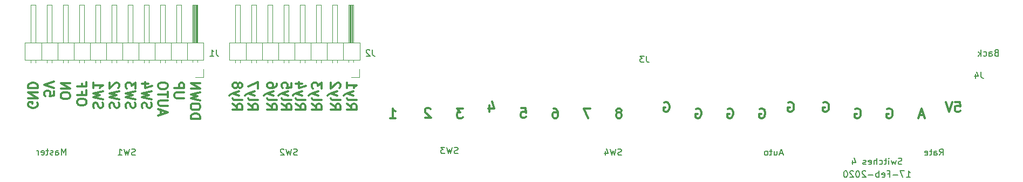
<source format=gbr>
G04 #@! TF.GenerationSoftware,KiCad,Pcbnew,(5.1.2)-2*
G04 #@! TF.CreationDate,2020-02-17T19:57:39-06:00*
G04 #@! TF.ProjectId,Switches4,53776974-6368-4657-9334-2e6b69636164,rev?*
G04 #@! TF.SameCoordinates,Original*
G04 #@! TF.FileFunction,Legend,Bot*
G04 #@! TF.FilePolarity,Positive*
%FSLAX46Y46*%
G04 Gerber Fmt 4.6, Leading zero omitted, Abs format (unit mm)*
G04 Created by KiCad (PCBNEW (5.1.2)-2) date 2020-02-17 19:57:39*
%MOMM*%
%LPD*%
G04 APERTURE LIST*
%ADD10C,0.300000*%
%ADD11C,0.150000*%
%ADD12C,0.120000*%
G04 APERTURE END LIST*
D10*
X162107142Y-59750000D02*
X162250000Y-59678571D01*
X162464285Y-59678571D01*
X162678571Y-59750000D01*
X162821428Y-59892857D01*
X162892857Y-60035714D01*
X162964285Y-60321428D01*
X162964285Y-60535714D01*
X162892857Y-60821428D01*
X162821428Y-60964285D01*
X162678571Y-61107142D01*
X162464285Y-61178571D01*
X162321428Y-61178571D01*
X162107142Y-61107142D01*
X162035714Y-61035714D01*
X162035714Y-60535714D01*
X162321428Y-60535714D01*
X167107142Y-60750000D02*
X167250000Y-60678571D01*
X167464285Y-60678571D01*
X167678571Y-60750000D01*
X167821428Y-60892857D01*
X167892857Y-61035714D01*
X167964285Y-61321428D01*
X167964285Y-61535714D01*
X167892857Y-61821428D01*
X167821428Y-61964285D01*
X167678571Y-62107142D01*
X167464285Y-62178571D01*
X167321428Y-62178571D01*
X167107142Y-62107142D01*
X167035714Y-62035714D01*
X167035714Y-61535714D01*
X167321428Y-61535714D01*
X172107142Y-60750000D02*
X172250000Y-60678571D01*
X172464285Y-60678571D01*
X172678571Y-60750000D01*
X172821428Y-60892857D01*
X172892857Y-61035714D01*
X172964285Y-61321428D01*
X172964285Y-61535714D01*
X172892857Y-61821428D01*
X172821428Y-61964285D01*
X172678571Y-62107142D01*
X172464285Y-62178571D01*
X172321428Y-62178571D01*
X172107142Y-62107142D01*
X172035714Y-62035714D01*
X172035714Y-61535714D01*
X172321428Y-61535714D01*
X177107142Y-60750000D02*
X177250000Y-60678571D01*
X177464285Y-60678571D01*
X177678571Y-60750000D01*
X177821428Y-60892857D01*
X177892857Y-61035714D01*
X177964285Y-61321428D01*
X177964285Y-61535714D01*
X177892857Y-61821428D01*
X177821428Y-61964285D01*
X177678571Y-62107142D01*
X177464285Y-62178571D01*
X177321428Y-62178571D01*
X177107142Y-62107142D01*
X177035714Y-62035714D01*
X177035714Y-61535714D01*
X177321428Y-61535714D01*
X181607142Y-59750000D02*
X181750000Y-59678571D01*
X181964285Y-59678571D01*
X182178571Y-59750000D01*
X182321428Y-59892857D01*
X182392857Y-60035714D01*
X182464285Y-60321428D01*
X182464285Y-60535714D01*
X182392857Y-60821428D01*
X182321428Y-60964285D01*
X182178571Y-61107142D01*
X181964285Y-61178571D01*
X181821428Y-61178571D01*
X181607142Y-61107142D01*
X181535714Y-61035714D01*
X181535714Y-60535714D01*
X181821428Y-60535714D01*
X187107142Y-59750000D02*
X187250000Y-59678571D01*
X187464285Y-59678571D01*
X187678571Y-59750000D01*
X187821428Y-59892857D01*
X187892857Y-60035714D01*
X187964285Y-60321428D01*
X187964285Y-60535714D01*
X187892857Y-60821428D01*
X187821428Y-60964285D01*
X187678571Y-61107142D01*
X187464285Y-61178571D01*
X187321428Y-61178571D01*
X187107142Y-61107142D01*
X187035714Y-61035714D01*
X187035714Y-60535714D01*
X187321428Y-60535714D01*
X192107142Y-60750000D02*
X192250000Y-60678571D01*
X192464285Y-60678571D01*
X192678571Y-60750000D01*
X192821428Y-60892857D01*
X192892857Y-61035714D01*
X192964285Y-61321428D01*
X192964285Y-61535714D01*
X192892857Y-61821428D01*
X192821428Y-61964285D01*
X192678571Y-62107142D01*
X192464285Y-62178571D01*
X192321428Y-62178571D01*
X192107142Y-62107142D01*
X192035714Y-62035714D01*
X192035714Y-61535714D01*
X192321428Y-61535714D01*
X197107142Y-60750000D02*
X197250000Y-60678571D01*
X197464285Y-60678571D01*
X197678571Y-60750000D01*
X197821428Y-60892857D01*
X197892857Y-61035714D01*
X197964285Y-61321428D01*
X197964285Y-61535714D01*
X197892857Y-61821428D01*
X197821428Y-61964285D01*
X197678571Y-62107142D01*
X197464285Y-62178571D01*
X197321428Y-62178571D01*
X197107142Y-62107142D01*
X197035714Y-62035714D01*
X197035714Y-61535714D01*
X197321428Y-61535714D01*
X207785714Y-59678571D02*
X208500000Y-59678571D01*
X208571428Y-60392857D01*
X208500000Y-60321428D01*
X208357142Y-60250000D01*
X208000000Y-60250000D01*
X207857142Y-60321428D01*
X207785714Y-60392857D01*
X207714285Y-60535714D01*
X207714285Y-60892857D01*
X207785714Y-61035714D01*
X207857142Y-61107142D01*
X208000000Y-61178571D01*
X208357142Y-61178571D01*
X208500000Y-61107142D01*
X208571428Y-61035714D01*
X207285714Y-59678571D02*
X206785714Y-61178571D01*
X206285714Y-59678571D01*
X155142857Y-61321428D02*
X155285714Y-61250000D01*
X155357142Y-61178571D01*
X155428571Y-61035714D01*
X155428571Y-60964285D01*
X155357142Y-60821428D01*
X155285714Y-60750000D01*
X155142857Y-60678571D01*
X154857142Y-60678571D01*
X154714285Y-60750000D01*
X154642857Y-60821428D01*
X154571428Y-60964285D01*
X154571428Y-61035714D01*
X154642857Y-61178571D01*
X154714285Y-61250000D01*
X154857142Y-61321428D01*
X155142857Y-61321428D01*
X155285714Y-61392857D01*
X155357142Y-61464285D01*
X155428571Y-61607142D01*
X155428571Y-61892857D01*
X155357142Y-62035714D01*
X155285714Y-62107142D01*
X155142857Y-62178571D01*
X154857142Y-62178571D01*
X154714285Y-62107142D01*
X154642857Y-62035714D01*
X154571428Y-61892857D01*
X154571428Y-61607142D01*
X154642857Y-61464285D01*
X154714285Y-61392857D01*
X154857142Y-61321428D01*
X94371428Y-59971857D02*
X95085714Y-60471857D01*
X94371428Y-60829000D02*
X95871428Y-60829000D01*
X95871428Y-60257571D01*
X95800000Y-60114714D01*
X95728571Y-60043285D01*
X95585714Y-59971857D01*
X95371428Y-59971857D01*
X95228571Y-60043285D01*
X95157142Y-60114714D01*
X95085714Y-60257571D01*
X95085714Y-60829000D01*
X94371428Y-59114714D02*
X94442857Y-59257571D01*
X94585714Y-59329000D01*
X95871428Y-59329000D01*
X95371428Y-58686142D02*
X94371428Y-58329000D01*
X95371428Y-57971857D02*
X94371428Y-58329000D01*
X94014285Y-58471857D01*
X93942857Y-58543285D01*
X93871428Y-58686142D01*
X95228571Y-57186142D02*
X95300000Y-57329000D01*
X95371428Y-57400428D01*
X95514285Y-57471857D01*
X95585714Y-57471857D01*
X95728571Y-57400428D01*
X95800000Y-57329000D01*
X95871428Y-57186142D01*
X95871428Y-56900428D01*
X95800000Y-56757571D01*
X95728571Y-56686142D01*
X95585714Y-56614714D01*
X95514285Y-56614714D01*
X95371428Y-56686142D01*
X95300000Y-56757571D01*
X95228571Y-56900428D01*
X95228571Y-57186142D01*
X95157142Y-57329000D01*
X95085714Y-57400428D01*
X94942857Y-57471857D01*
X94657142Y-57471857D01*
X94514285Y-57400428D01*
X94442857Y-57329000D01*
X94371428Y-57186142D01*
X94371428Y-56900428D01*
X94442857Y-56757571D01*
X94514285Y-56686142D01*
X94657142Y-56614714D01*
X94942857Y-56614714D01*
X95085714Y-56686142D01*
X95157142Y-56757571D01*
X95228571Y-56900428D01*
D11*
X200142857Y-71452380D02*
X200714285Y-71452380D01*
X200428571Y-71452380D02*
X200428571Y-70452380D01*
X200523809Y-70595238D01*
X200619047Y-70690476D01*
X200714285Y-70738095D01*
X199809523Y-70452380D02*
X199142857Y-70452380D01*
X199571428Y-71452380D01*
X198761904Y-71071428D02*
X198000000Y-71071428D01*
X197190476Y-70928571D02*
X197523809Y-70928571D01*
X197523809Y-71452380D02*
X197523809Y-70452380D01*
X197047619Y-70452380D01*
X196285714Y-71404761D02*
X196380952Y-71452380D01*
X196571428Y-71452380D01*
X196666666Y-71404761D01*
X196714285Y-71309523D01*
X196714285Y-70928571D01*
X196666666Y-70833333D01*
X196571428Y-70785714D01*
X196380952Y-70785714D01*
X196285714Y-70833333D01*
X196238095Y-70928571D01*
X196238095Y-71023809D01*
X196714285Y-71119047D01*
X195809523Y-71452380D02*
X195809523Y-70452380D01*
X195809523Y-70833333D02*
X195714285Y-70785714D01*
X195523809Y-70785714D01*
X195428571Y-70833333D01*
X195380952Y-70880952D01*
X195333333Y-70976190D01*
X195333333Y-71261904D01*
X195380952Y-71357142D01*
X195428571Y-71404761D01*
X195523809Y-71452380D01*
X195714285Y-71452380D01*
X195809523Y-71404761D01*
X194904761Y-71071428D02*
X194142857Y-71071428D01*
X193714285Y-70547619D02*
X193666666Y-70500000D01*
X193571428Y-70452380D01*
X193333333Y-70452380D01*
X193238095Y-70500000D01*
X193190476Y-70547619D01*
X193142857Y-70642857D01*
X193142857Y-70738095D01*
X193190476Y-70880952D01*
X193761904Y-71452380D01*
X193142857Y-71452380D01*
X192523809Y-70452380D02*
X192428571Y-70452380D01*
X192333333Y-70500000D01*
X192285714Y-70547619D01*
X192238095Y-70642857D01*
X192190476Y-70833333D01*
X192190476Y-71071428D01*
X192238095Y-71261904D01*
X192285714Y-71357142D01*
X192333333Y-71404761D01*
X192428571Y-71452380D01*
X192523809Y-71452380D01*
X192619047Y-71404761D01*
X192666666Y-71357142D01*
X192714285Y-71261904D01*
X192761904Y-71071428D01*
X192761904Y-70833333D01*
X192714285Y-70642857D01*
X192666666Y-70547619D01*
X192619047Y-70500000D01*
X192523809Y-70452380D01*
X191809523Y-70547619D02*
X191761904Y-70500000D01*
X191666666Y-70452380D01*
X191428571Y-70452380D01*
X191333333Y-70500000D01*
X191285714Y-70547619D01*
X191238095Y-70642857D01*
X191238095Y-70738095D01*
X191285714Y-70880952D01*
X191857142Y-71452380D01*
X191238095Y-71452380D01*
X190619047Y-70452380D02*
X190523809Y-70452380D01*
X190428571Y-70500000D01*
X190380952Y-70547619D01*
X190333333Y-70642857D01*
X190285714Y-70833333D01*
X190285714Y-71071428D01*
X190333333Y-71261904D01*
X190380952Y-71357142D01*
X190428571Y-71404761D01*
X190523809Y-71452380D01*
X190619047Y-71452380D01*
X190714285Y-71404761D01*
X190761904Y-71357142D01*
X190809523Y-71261904D01*
X190857142Y-71071428D01*
X190857142Y-70833333D01*
X190809523Y-70642857D01*
X190761904Y-70547619D01*
X190714285Y-70500000D01*
X190619047Y-70452380D01*
X214214285Y-51928571D02*
X214071428Y-51976190D01*
X214023809Y-52023809D01*
X213976190Y-52119047D01*
X213976190Y-52261904D01*
X214023809Y-52357142D01*
X214071428Y-52404761D01*
X214166666Y-52452380D01*
X214547619Y-52452380D01*
X214547619Y-51452380D01*
X214214285Y-51452380D01*
X214119047Y-51500000D01*
X214071428Y-51547619D01*
X214023809Y-51642857D01*
X214023809Y-51738095D01*
X214071428Y-51833333D01*
X214119047Y-51880952D01*
X214214285Y-51928571D01*
X214547619Y-51928571D01*
X213119047Y-52452380D02*
X213119047Y-51928571D01*
X213166666Y-51833333D01*
X213261904Y-51785714D01*
X213452380Y-51785714D01*
X213547619Y-51833333D01*
X213119047Y-52404761D02*
X213214285Y-52452380D01*
X213452380Y-52452380D01*
X213547619Y-52404761D01*
X213595238Y-52309523D01*
X213595238Y-52214285D01*
X213547619Y-52119047D01*
X213452380Y-52071428D01*
X213214285Y-52071428D01*
X213119047Y-52023809D01*
X212214285Y-52404761D02*
X212309523Y-52452380D01*
X212500000Y-52452380D01*
X212595238Y-52404761D01*
X212642857Y-52357142D01*
X212690476Y-52261904D01*
X212690476Y-51976190D01*
X212642857Y-51880952D01*
X212595238Y-51833333D01*
X212500000Y-51785714D01*
X212309523Y-51785714D01*
X212214285Y-51833333D01*
X211785714Y-52452380D02*
X211785714Y-51452380D01*
X211690476Y-52071428D02*
X211404761Y-52452380D01*
X211404761Y-51785714D02*
X211785714Y-52166666D01*
D10*
X150500000Y-60678571D02*
X149500000Y-60678571D01*
X150142857Y-62178571D01*
X144714285Y-60678571D02*
X145000000Y-60678571D01*
X145142857Y-60750000D01*
X145214285Y-60821428D01*
X145357142Y-61035714D01*
X145428571Y-61321428D01*
X145428571Y-61892857D01*
X145357142Y-62035714D01*
X145285714Y-62107142D01*
X145142857Y-62178571D01*
X144857142Y-62178571D01*
X144714285Y-62107142D01*
X144642857Y-62035714D01*
X144571428Y-61892857D01*
X144571428Y-61535714D01*
X144642857Y-61392857D01*
X144714285Y-61321428D01*
X144857142Y-61250000D01*
X145142857Y-61250000D01*
X145285714Y-61321428D01*
X145357142Y-61392857D01*
X145428571Y-61535714D01*
X139642857Y-60646571D02*
X140357142Y-60646571D01*
X140428571Y-61360857D01*
X140357142Y-61289428D01*
X140214285Y-61218000D01*
X139857142Y-61218000D01*
X139714285Y-61289428D01*
X139642857Y-61360857D01*
X139571428Y-61503714D01*
X139571428Y-61860857D01*
X139642857Y-62003714D01*
X139714285Y-62075142D01*
X139857142Y-62146571D01*
X140214285Y-62146571D01*
X140357142Y-62075142D01*
X140428571Y-62003714D01*
X112321428Y-59971857D02*
X113035714Y-60471857D01*
X112321428Y-60829000D02*
X113821428Y-60829000D01*
X113821428Y-60257571D01*
X113750000Y-60114714D01*
X113678571Y-60043285D01*
X113535714Y-59971857D01*
X113321428Y-59971857D01*
X113178571Y-60043285D01*
X113107142Y-60114714D01*
X113035714Y-60257571D01*
X113035714Y-60829000D01*
X112321428Y-59114714D02*
X112392857Y-59257571D01*
X112535714Y-59329000D01*
X113821428Y-59329000D01*
X113321428Y-58686142D02*
X112321428Y-58329000D01*
X113321428Y-57971857D02*
X112321428Y-58329000D01*
X111964285Y-58471857D01*
X111892857Y-58543285D01*
X111821428Y-58686142D01*
X112321428Y-56614714D02*
X112321428Y-57471857D01*
X112321428Y-57043285D02*
X113821428Y-57043285D01*
X113607142Y-57186142D01*
X113464285Y-57329000D01*
X113392857Y-57471857D01*
X109821428Y-59971857D02*
X110535714Y-60471857D01*
X109821428Y-60829000D02*
X111321428Y-60829000D01*
X111321428Y-60257571D01*
X111250000Y-60114714D01*
X111178571Y-60043285D01*
X111035714Y-59971857D01*
X110821428Y-59971857D01*
X110678571Y-60043285D01*
X110607142Y-60114714D01*
X110535714Y-60257571D01*
X110535714Y-60829000D01*
X109821428Y-59114714D02*
X109892857Y-59257571D01*
X110035714Y-59329000D01*
X111321428Y-59329000D01*
X110821428Y-58686142D02*
X109821428Y-58329000D01*
X110821428Y-57971857D02*
X109821428Y-58329000D01*
X109464285Y-58471857D01*
X109392857Y-58543285D01*
X109321428Y-58686142D01*
X111178571Y-57471857D02*
X111250000Y-57400428D01*
X111321428Y-57257571D01*
X111321428Y-56900428D01*
X111250000Y-56757571D01*
X111178571Y-56686142D01*
X111035714Y-56614714D01*
X110892857Y-56614714D01*
X110678571Y-56686142D01*
X109821428Y-57543285D01*
X109821428Y-56614714D01*
X106821428Y-59971857D02*
X107535714Y-60471857D01*
X106821428Y-60829000D02*
X108321428Y-60829000D01*
X108321428Y-60257571D01*
X108250000Y-60114714D01*
X108178571Y-60043285D01*
X108035714Y-59971857D01*
X107821428Y-59971857D01*
X107678571Y-60043285D01*
X107607142Y-60114714D01*
X107535714Y-60257571D01*
X107535714Y-60829000D01*
X106821428Y-59114714D02*
X106892857Y-59257571D01*
X107035714Y-59329000D01*
X108321428Y-59329000D01*
X107821428Y-58686142D02*
X106821428Y-58329000D01*
X107821428Y-57971857D02*
X106821428Y-58329000D01*
X106464285Y-58471857D01*
X106392857Y-58543285D01*
X106321428Y-58686142D01*
X108321428Y-57543285D02*
X108321428Y-56614714D01*
X107750000Y-57114714D01*
X107750000Y-56900428D01*
X107678571Y-56757571D01*
X107607142Y-56686142D01*
X107464285Y-56614714D01*
X107107142Y-56614714D01*
X106964285Y-56686142D01*
X106892857Y-56757571D01*
X106821428Y-56900428D01*
X106821428Y-57329000D01*
X106892857Y-57471857D01*
X106964285Y-57543285D01*
X104321428Y-59971857D02*
X105035714Y-60471857D01*
X104321428Y-60829000D02*
X105821428Y-60829000D01*
X105821428Y-60257571D01*
X105750000Y-60114714D01*
X105678571Y-60043285D01*
X105535714Y-59971857D01*
X105321428Y-59971857D01*
X105178571Y-60043285D01*
X105107142Y-60114714D01*
X105035714Y-60257571D01*
X105035714Y-60829000D01*
X104321428Y-59114714D02*
X104392857Y-59257571D01*
X104535714Y-59329000D01*
X105821428Y-59329000D01*
X105321428Y-58686142D02*
X104321428Y-58329000D01*
X105321428Y-57971857D02*
X104321428Y-58329000D01*
X103964285Y-58471857D01*
X103892857Y-58543285D01*
X103821428Y-58686142D01*
X105321428Y-56757571D02*
X104321428Y-56757571D01*
X105892857Y-57114714D02*
X104821428Y-57471857D01*
X104821428Y-56543285D01*
X102096428Y-59971857D02*
X102810714Y-60471857D01*
X102096428Y-60829000D02*
X103596428Y-60829000D01*
X103596428Y-60257571D01*
X103525000Y-60114714D01*
X103453571Y-60043285D01*
X103310714Y-59971857D01*
X103096428Y-59971857D01*
X102953571Y-60043285D01*
X102882142Y-60114714D01*
X102810714Y-60257571D01*
X102810714Y-60829000D01*
X102096428Y-59114714D02*
X102167857Y-59257571D01*
X102310714Y-59329000D01*
X103596428Y-59329000D01*
X103096428Y-58686142D02*
X102096428Y-58329000D01*
X103096428Y-57971857D02*
X102096428Y-58329000D01*
X101739285Y-58471857D01*
X101667857Y-58543285D01*
X101596428Y-58686142D01*
X103596428Y-56686142D02*
X103596428Y-57400428D01*
X102882142Y-57471857D01*
X102953571Y-57400428D01*
X103025000Y-57257571D01*
X103025000Y-56900428D01*
X102953571Y-56757571D01*
X102882142Y-56686142D01*
X102739285Y-56614714D01*
X102382142Y-56614714D01*
X102239285Y-56686142D01*
X102167857Y-56757571D01*
X102096428Y-56900428D01*
X102096428Y-57257571D01*
X102167857Y-57400428D01*
X102239285Y-57471857D01*
X99821428Y-59971857D02*
X100535714Y-60471857D01*
X99821428Y-60829000D02*
X101321428Y-60829000D01*
X101321428Y-60257571D01*
X101250000Y-60114714D01*
X101178571Y-60043285D01*
X101035714Y-59971857D01*
X100821428Y-59971857D01*
X100678571Y-60043285D01*
X100607142Y-60114714D01*
X100535714Y-60257571D01*
X100535714Y-60829000D01*
X99821428Y-59114714D02*
X99892857Y-59257571D01*
X100035714Y-59329000D01*
X101321428Y-59329000D01*
X100821428Y-58686142D02*
X99821428Y-58329000D01*
X100821428Y-57971857D02*
X99821428Y-58329000D01*
X99464285Y-58471857D01*
X99392857Y-58543285D01*
X99321428Y-58686142D01*
X101321428Y-56757571D02*
X101321428Y-57043285D01*
X101250000Y-57186142D01*
X101178571Y-57257571D01*
X100964285Y-57400428D01*
X100678571Y-57471857D01*
X100107142Y-57471857D01*
X99964285Y-57400428D01*
X99892857Y-57329000D01*
X99821428Y-57186142D01*
X99821428Y-56900428D01*
X99892857Y-56757571D01*
X99964285Y-56686142D01*
X100107142Y-56614714D01*
X100464285Y-56614714D01*
X100607142Y-56686142D01*
X100678571Y-56757571D01*
X100750000Y-56900428D01*
X100750000Y-57186142D01*
X100678571Y-57329000D01*
X100607142Y-57400428D01*
X100464285Y-57471857D01*
X96821428Y-59971857D02*
X97535714Y-60471857D01*
X96821428Y-60829000D02*
X98321428Y-60829000D01*
X98321428Y-60257571D01*
X98250000Y-60114714D01*
X98178571Y-60043285D01*
X98035714Y-59971857D01*
X97821428Y-59971857D01*
X97678571Y-60043285D01*
X97607142Y-60114714D01*
X97535714Y-60257571D01*
X97535714Y-60829000D01*
X96821428Y-59114714D02*
X96892857Y-59257571D01*
X97035714Y-59329000D01*
X98321428Y-59329000D01*
X97821428Y-58686142D02*
X96821428Y-58329000D01*
X97821428Y-57971857D02*
X96821428Y-58329000D01*
X96464285Y-58471857D01*
X96392857Y-58543285D01*
X96321428Y-58686142D01*
X98321428Y-57543285D02*
X98321428Y-56543285D01*
X96821428Y-57186142D01*
X202857142Y-61750000D02*
X202142857Y-61750000D01*
X203000000Y-62178571D02*
X202500000Y-60678571D01*
X202000000Y-62178571D01*
X134714285Y-60178571D02*
X134714285Y-61178571D01*
X135071428Y-59607142D02*
X135428571Y-60678571D01*
X134500000Y-60678571D01*
X130500000Y-60678571D02*
X129571428Y-60678571D01*
X130071428Y-61250000D01*
X129857142Y-61250000D01*
X129714285Y-61321428D01*
X129642857Y-61392857D01*
X129571428Y-61535714D01*
X129571428Y-61892857D01*
X129642857Y-62035714D01*
X129714285Y-62107142D01*
X129857142Y-62178571D01*
X130285714Y-62178571D01*
X130428571Y-62107142D01*
X130500000Y-62035714D01*
X125428571Y-60789428D02*
X125357142Y-60718000D01*
X125214285Y-60646571D01*
X124857142Y-60646571D01*
X124714285Y-60718000D01*
X124642857Y-60789428D01*
X124571428Y-60932285D01*
X124571428Y-61075142D01*
X124642857Y-61289428D01*
X125500000Y-62146571D01*
X124571428Y-62146571D01*
X119071428Y-62178571D02*
X119928571Y-62178571D01*
X119500000Y-62178571D02*
X119500000Y-60678571D01*
X119642857Y-60892857D01*
X119785714Y-61035714D01*
X119928571Y-61107142D01*
X66364228Y-57971857D02*
X66364228Y-58686142D01*
X65649942Y-58757571D01*
X65721371Y-58686142D01*
X65792800Y-58543285D01*
X65792800Y-58186142D01*
X65721371Y-58043285D01*
X65649942Y-57971857D01*
X65507085Y-57900428D01*
X65149942Y-57900428D01*
X65007085Y-57971857D01*
X64935657Y-58043285D01*
X64864228Y-58186142D01*
X64864228Y-58543285D01*
X64935657Y-58686142D01*
X65007085Y-58757571D01*
X66364228Y-57471857D02*
X64864228Y-56971857D01*
X66364228Y-56471857D01*
X63742000Y-59757571D02*
X63813428Y-59900428D01*
X63813428Y-60114714D01*
X63742000Y-60329000D01*
X63599142Y-60471857D01*
X63456285Y-60543285D01*
X63170571Y-60614714D01*
X62956285Y-60614714D01*
X62670571Y-60543285D01*
X62527714Y-60471857D01*
X62384857Y-60329000D01*
X62313428Y-60114714D01*
X62313428Y-59971857D01*
X62384857Y-59757571D01*
X62456285Y-59686142D01*
X62956285Y-59686142D01*
X62956285Y-59971857D01*
X62313428Y-59043285D02*
X63813428Y-59043285D01*
X62313428Y-58186142D01*
X63813428Y-58186142D01*
X62313428Y-57471857D02*
X63813428Y-57471857D01*
X63813428Y-57114714D01*
X63742000Y-56900428D01*
X63599142Y-56757571D01*
X63456285Y-56686142D01*
X63170571Y-56614714D01*
X62956285Y-56614714D01*
X62670571Y-56686142D01*
X62527714Y-56757571D01*
X62384857Y-56900428D01*
X62313428Y-57114714D01*
X62313428Y-57471857D01*
X87821428Y-62329000D02*
X89321428Y-62329000D01*
X89321428Y-61971857D01*
X89250000Y-61757571D01*
X89107142Y-61614714D01*
X88964285Y-61543285D01*
X88678571Y-61471857D01*
X88464285Y-61471857D01*
X88178571Y-61543285D01*
X88035714Y-61614714D01*
X87892857Y-61757571D01*
X87821428Y-61971857D01*
X87821428Y-62329000D01*
X89321428Y-60543285D02*
X89321428Y-60257571D01*
X89250000Y-60114714D01*
X89107142Y-59971857D01*
X88821428Y-59900428D01*
X88321428Y-59900428D01*
X88035714Y-59971857D01*
X87892857Y-60114714D01*
X87821428Y-60257571D01*
X87821428Y-60543285D01*
X87892857Y-60686142D01*
X88035714Y-60829000D01*
X88321428Y-60900428D01*
X88821428Y-60900428D01*
X89107142Y-60829000D01*
X89250000Y-60686142D01*
X89321428Y-60543285D01*
X89321428Y-59400428D02*
X87821428Y-59043285D01*
X88892857Y-58757571D01*
X87821428Y-58471857D01*
X89321428Y-58114714D01*
X87821428Y-57543285D02*
X89321428Y-57543285D01*
X87821428Y-56686142D01*
X89321428Y-56686142D01*
X86770628Y-59043285D02*
X85556342Y-59043285D01*
X85413485Y-58971857D01*
X85342057Y-58900428D01*
X85270628Y-58757571D01*
X85270628Y-58471857D01*
X85342057Y-58329000D01*
X85413485Y-58257571D01*
X85556342Y-58186142D01*
X86770628Y-58186142D01*
X85270628Y-57471857D02*
X86770628Y-57471857D01*
X86770628Y-56900428D01*
X86699200Y-56757571D01*
X86627771Y-56686142D01*
X86484914Y-56614714D01*
X86270628Y-56614714D01*
X86127771Y-56686142D01*
X86056342Y-56757571D01*
X85984914Y-56900428D01*
X85984914Y-57471857D01*
X83148400Y-61614714D02*
X83148400Y-60900428D01*
X82719828Y-61757571D02*
X84219828Y-61257571D01*
X82719828Y-60757571D01*
X84219828Y-60257571D02*
X83005542Y-60257571D01*
X82862685Y-60186142D01*
X82791257Y-60114714D01*
X82719828Y-59971857D01*
X82719828Y-59686142D01*
X82791257Y-59543285D01*
X82862685Y-59471857D01*
X83005542Y-59400428D01*
X84219828Y-59400428D01*
X84219828Y-58900428D02*
X84219828Y-58043285D01*
X82719828Y-58471857D02*
X84219828Y-58471857D01*
X84219828Y-57257571D02*
X84219828Y-56971857D01*
X84148400Y-56829000D01*
X84005542Y-56686142D01*
X83719828Y-56614714D01*
X83219828Y-56614714D01*
X82934114Y-56686142D01*
X82791257Y-56829000D01*
X82719828Y-56971857D01*
X82719828Y-57257571D01*
X82791257Y-57400428D01*
X82934114Y-57543285D01*
X83219828Y-57614714D01*
X83719828Y-57614714D01*
X84005542Y-57543285D01*
X84148400Y-57400428D01*
X84219828Y-57257571D01*
X80240457Y-60614714D02*
X80169028Y-60400428D01*
X80169028Y-60043285D01*
X80240457Y-59900428D01*
X80311885Y-59829000D01*
X80454742Y-59757571D01*
X80597600Y-59757571D01*
X80740457Y-59829000D01*
X80811885Y-59900428D01*
X80883314Y-60043285D01*
X80954742Y-60329000D01*
X81026171Y-60471857D01*
X81097600Y-60543285D01*
X81240457Y-60614714D01*
X81383314Y-60614714D01*
X81526171Y-60543285D01*
X81597600Y-60471857D01*
X81669028Y-60329000D01*
X81669028Y-59971857D01*
X81597600Y-59757571D01*
X81669028Y-59257571D02*
X80169028Y-58900428D01*
X81240457Y-58614714D01*
X80169028Y-58329000D01*
X81669028Y-57971857D01*
X81169028Y-56757571D02*
X80169028Y-56757571D01*
X81740457Y-57114714D02*
X80669028Y-57471857D01*
X80669028Y-56543285D01*
X77689657Y-60614714D02*
X77618228Y-60400428D01*
X77618228Y-60043285D01*
X77689657Y-59900428D01*
X77761085Y-59829000D01*
X77903942Y-59757571D01*
X78046800Y-59757571D01*
X78189657Y-59829000D01*
X78261085Y-59900428D01*
X78332514Y-60043285D01*
X78403942Y-60329000D01*
X78475371Y-60471857D01*
X78546800Y-60543285D01*
X78689657Y-60614714D01*
X78832514Y-60614714D01*
X78975371Y-60543285D01*
X79046800Y-60471857D01*
X79118228Y-60329000D01*
X79118228Y-59971857D01*
X79046800Y-59757571D01*
X79118228Y-59257571D02*
X77618228Y-58900428D01*
X78689657Y-58614714D01*
X77618228Y-58329000D01*
X79118228Y-57971857D01*
X79118228Y-57543285D02*
X79118228Y-56614714D01*
X78546800Y-57114714D01*
X78546800Y-56900428D01*
X78475371Y-56757571D01*
X78403942Y-56686142D01*
X78261085Y-56614714D01*
X77903942Y-56614714D01*
X77761085Y-56686142D01*
X77689657Y-56757571D01*
X77618228Y-56900428D01*
X77618228Y-57329000D01*
X77689657Y-57471857D01*
X77761085Y-57543285D01*
X75138857Y-60614714D02*
X75067428Y-60400428D01*
X75067428Y-60043285D01*
X75138857Y-59900428D01*
X75210285Y-59829000D01*
X75353142Y-59757571D01*
X75496000Y-59757571D01*
X75638857Y-59829000D01*
X75710285Y-59900428D01*
X75781714Y-60043285D01*
X75853142Y-60329000D01*
X75924571Y-60471857D01*
X75996000Y-60543285D01*
X76138857Y-60614714D01*
X76281714Y-60614714D01*
X76424571Y-60543285D01*
X76496000Y-60471857D01*
X76567428Y-60329000D01*
X76567428Y-59971857D01*
X76496000Y-59757571D01*
X76567428Y-59257571D02*
X75067428Y-58900428D01*
X76138857Y-58614714D01*
X75067428Y-58329000D01*
X76567428Y-57971857D01*
X76424571Y-57471857D02*
X76496000Y-57400428D01*
X76567428Y-57257571D01*
X76567428Y-56900428D01*
X76496000Y-56757571D01*
X76424571Y-56686142D01*
X76281714Y-56614714D01*
X76138857Y-56614714D01*
X75924571Y-56686142D01*
X75067428Y-57543285D01*
X75067428Y-56614714D01*
X72588057Y-60614714D02*
X72516628Y-60400428D01*
X72516628Y-60043285D01*
X72588057Y-59900428D01*
X72659485Y-59829000D01*
X72802342Y-59757571D01*
X72945200Y-59757571D01*
X73088057Y-59829000D01*
X73159485Y-59900428D01*
X73230914Y-60043285D01*
X73302342Y-60329000D01*
X73373771Y-60471857D01*
X73445200Y-60543285D01*
X73588057Y-60614714D01*
X73730914Y-60614714D01*
X73873771Y-60543285D01*
X73945200Y-60471857D01*
X74016628Y-60329000D01*
X74016628Y-59971857D01*
X73945200Y-59757571D01*
X74016628Y-59257571D02*
X72516628Y-58900428D01*
X73588057Y-58614714D01*
X72516628Y-58329000D01*
X74016628Y-57971857D01*
X72516628Y-56614714D02*
X72516628Y-57471857D01*
X72516628Y-57043285D02*
X74016628Y-57043285D01*
X73802342Y-57186142D01*
X73659485Y-57329000D01*
X73588057Y-57471857D01*
X71465828Y-59829000D02*
X71465828Y-59543285D01*
X71394400Y-59400428D01*
X71251542Y-59257571D01*
X70965828Y-59186142D01*
X70465828Y-59186142D01*
X70180114Y-59257571D01*
X70037257Y-59400428D01*
X69965828Y-59543285D01*
X69965828Y-59829000D01*
X70037257Y-59971857D01*
X70180114Y-60114714D01*
X70465828Y-60186142D01*
X70965828Y-60186142D01*
X71251542Y-60114714D01*
X71394400Y-59971857D01*
X71465828Y-59829000D01*
X70751542Y-58043285D02*
X70751542Y-58543285D01*
X69965828Y-58543285D02*
X71465828Y-58543285D01*
X71465828Y-57829000D01*
X70751542Y-56757571D02*
X70751542Y-57257571D01*
X69965828Y-57257571D02*
X71465828Y-57257571D01*
X71465828Y-56543285D01*
X68915028Y-58829000D02*
X68915028Y-58543285D01*
X68843600Y-58400428D01*
X68700742Y-58257571D01*
X68415028Y-58186142D01*
X67915028Y-58186142D01*
X67629314Y-58257571D01*
X67486457Y-58400428D01*
X67415028Y-58543285D01*
X67415028Y-58829000D01*
X67486457Y-58971857D01*
X67629314Y-59114714D01*
X67915028Y-59186142D01*
X68415028Y-59186142D01*
X68700742Y-59114714D01*
X68843600Y-58971857D01*
X68915028Y-58829000D01*
X67415028Y-57543285D02*
X68915028Y-57543285D01*
X67415028Y-56686142D01*
X68915028Y-56686142D01*
D11*
X199404761Y-69404761D02*
X199261904Y-69452380D01*
X199023809Y-69452380D01*
X198928571Y-69404761D01*
X198880952Y-69357142D01*
X198833333Y-69261904D01*
X198833333Y-69166666D01*
X198880952Y-69071428D01*
X198928571Y-69023809D01*
X199023809Y-68976190D01*
X199214285Y-68928571D01*
X199309523Y-68880952D01*
X199357142Y-68833333D01*
X199404761Y-68738095D01*
X199404761Y-68642857D01*
X199357142Y-68547619D01*
X199309523Y-68500000D01*
X199214285Y-68452380D01*
X198976190Y-68452380D01*
X198833333Y-68500000D01*
X198500000Y-68785714D02*
X198309523Y-69452380D01*
X198119047Y-68976190D01*
X197928571Y-69452380D01*
X197738095Y-68785714D01*
X197357142Y-69452380D02*
X197357142Y-68785714D01*
X197357142Y-68452380D02*
X197404761Y-68500000D01*
X197357142Y-68547619D01*
X197309523Y-68500000D01*
X197357142Y-68452380D01*
X197357142Y-68547619D01*
X197023809Y-68785714D02*
X196642857Y-68785714D01*
X196880952Y-68452380D02*
X196880952Y-69309523D01*
X196833333Y-69404761D01*
X196738095Y-69452380D01*
X196642857Y-69452380D01*
X195880952Y-69404761D02*
X195976190Y-69452380D01*
X196166666Y-69452380D01*
X196261904Y-69404761D01*
X196309523Y-69357142D01*
X196357142Y-69261904D01*
X196357142Y-68976190D01*
X196309523Y-68880952D01*
X196261904Y-68833333D01*
X196166666Y-68785714D01*
X195976190Y-68785714D01*
X195880952Y-68833333D01*
X195452380Y-69452380D02*
X195452380Y-68452380D01*
X195023809Y-69452380D02*
X195023809Y-68928571D01*
X195071428Y-68833333D01*
X195166666Y-68785714D01*
X195309523Y-68785714D01*
X195404761Y-68833333D01*
X195452380Y-68880952D01*
X194166666Y-69404761D02*
X194261904Y-69452380D01*
X194452380Y-69452380D01*
X194547619Y-69404761D01*
X194595238Y-69309523D01*
X194595238Y-68928571D01*
X194547619Y-68833333D01*
X194452380Y-68785714D01*
X194261904Y-68785714D01*
X194166666Y-68833333D01*
X194119047Y-68928571D01*
X194119047Y-69023809D01*
X194595238Y-69119047D01*
X193738095Y-69404761D02*
X193642857Y-69452380D01*
X193452380Y-69452380D01*
X193357142Y-69404761D01*
X193309523Y-69309523D01*
X193309523Y-69261904D01*
X193357142Y-69166666D01*
X193452380Y-69119047D01*
X193595238Y-69119047D01*
X193690476Y-69071428D01*
X193738095Y-68976190D01*
X193738095Y-68928571D01*
X193690476Y-68833333D01*
X193595238Y-68785714D01*
X193452380Y-68785714D01*
X193357142Y-68833333D01*
X191690476Y-68785714D02*
X191690476Y-69452380D01*
X191928571Y-68404761D02*
X192166666Y-69119047D01*
X191547619Y-69119047D01*
D12*
X114270000Y-55770000D02*
X114270000Y-54500000D01*
X113000000Y-55770000D02*
X114270000Y-55770000D01*
X94840000Y-53457071D02*
X94840000Y-53060000D01*
X95600000Y-53457071D02*
X95600000Y-53060000D01*
X94840000Y-44400000D02*
X94840000Y-50400000D01*
X95600000Y-44400000D02*
X94840000Y-44400000D01*
X95600000Y-50400000D02*
X95600000Y-44400000D01*
X96490000Y-53060000D02*
X96490000Y-50400000D01*
X97380000Y-53457071D02*
X97380000Y-53060000D01*
X98140000Y-53457071D02*
X98140000Y-53060000D01*
X97380000Y-44400000D02*
X97380000Y-50400000D01*
X98140000Y-44400000D02*
X97380000Y-44400000D01*
X98140000Y-50400000D02*
X98140000Y-44400000D01*
X99030000Y-53060000D02*
X99030000Y-50400000D01*
X99920000Y-53457071D02*
X99920000Y-53060000D01*
X100680000Y-53457071D02*
X100680000Y-53060000D01*
X99920000Y-44400000D02*
X99920000Y-50400000D01*
X100680000Y-44400000D02*
X99920000Y-44400000D01*
X100680000Y-50400000D02*
X100680000Y-44400000D01*
X101570000Y-53060000D02*
X101570000Y-50400000D01*
X102460000Y-53457071D02*
X102460000Y-53060000D01*
X103220000Y-53457071D02*
X103220000Y-53060000D01*
X102460000Y-44400000D02*
X102460000Y-50400000D01*
X103220000Y-44400000D02*
X102460000Y-44400000D01*
X103220000Y-50400000D02*
X103220000Y-44400000D01*
X104110000Y-53060000D02*
X104110000Y-50400000D01*
X105000000Y-53457071D02*
X105000000Y-53060000D01*
X105760000Y-53457071D02*
X105760000Y-53060000D01*
X105000000Y-44400000D02*
X105000000Y-50400000D01*
X105760000Y-44400000D02*
X105000000Y-44400000D01*
X105760000Y-50400000D02*
X105760000Y-44400000D01*
X106650000Y-53060000D02*
X106650000Y-50400000D01*
X107540000Y-53457071D02*
X107540000Y-53060000D01*
X108300000Y-53457071D02*
X108300000Y-53060000D01*
X107540000Y-44400000D02*
X107540000Y-50400000D01*
X108300000Y-44400000D02*
X107540000Y-44400000D01*
X108300000Y-50400000D02*
X108300000Y-44400000D01*
X109190000Y-53060000D02*
X109190000Y-50400000D01*
X110080000Y-53457071D02*
X110080000Y-53060000D01*
X110840000Y-53457071D02*
X110840000Y-53060000D01*
X110080000Y-44400000D02*
X110080000Y-50400000D01*
X110840000Y-44400000D02*
X110080000Y-44400000D01*
X110840000Y-50400000D02*
X110840000Y-44400000D01*
X111730000Y-53060000D02*
X111730000Y-50400000D01*
X112620000Y-53390000D02*
X112620000Y-53060000D01*
X113380000Y-53390000D02*
X113380000Y-53060000D01*
X112720000Y-50400000D02*
X112720000Y-44400000D01*
X112840000Y-50400000D02*
X112840000Y-44400000D01*
X112960000Y-50400000D02*
X112960000Y-44400000D01*
X113080000Y-50400000D02*
X113080000Y-44400000D01*
X113200000Y-50400000D02*
X113200000Y-44400000D01*
X113320000Y-50400000D02*
X113320000Y-44400000D01*
X112620000Y-44400000D02*
X112620000Y-50400000D01*
X113380000Y-44400000D02*
X112620000Y-44400000D01*
X113380000Y-50400000D02*
X113380000Y-44400000D01*
X114330000Y-50400000D02*
X114330000Y-53060000D01*
X93890000Y-50400000D02*
X114330000Y-50400000D01*
X93890000Y-53060000D02*
X93890000Y-50400000D01*
X114330000Y-53060000D02*
X93890000Y-53060000D01*
X89770000Y-55770000D02*
X89770000Y-54500000D01*
X88500000Y-55770000D02*
X89770000Y-55770000D01*
X62720000Y-53457071D02*
X62720000Y-53060000D01*
X63480000Y-53457071D02*
X63480000Y-53060000D01*
X62720000Y-44400000D02*
X62720000Y-50400000D01*
X63480000Y-44400000D02*
X62720000Y-44400000D01*
X63480000Y-50400000D02*
X63480000Y-44400000D01*
X64370000Y-53060000D02*
X64370000Y-50400000D01*
X65260000Y-53457071D02*
X65260000Y-53060000D01*
X66020000Y-53457071D02*
X66020000Y-53060000D01*
X65260000Y-44400000D02*
X65260000Y-50400000D01*
X66020000Y-44400000D02*
X65260000Y-44400000D01*
X66020000Y-50400000D02*
X66020000Y-44400000D01*
X66910000Y-53060000D02*
X66910000Y-50400000D01*
X67800000Y-53457071D02*
X67800000Y-53060000D01*
X68560000Y-53457071D02*
X68560000Y-53060000D01*
X67800000Y-44400000D02*
X67800000Y-50400000D01*
X68560000Y-44400000D02*
X67800000Y-44400000D01*
X68560000Y-50400000D02*
X68560000Y-44400000D01*
X69450000Y-53060000D02*
X69450000Y-50400000D01*
X70340000Y-53457071D02*
X70340000Y-53060000D01*
X71100000Y-53457071D02*
X71100000Y-53060000D01*
X70340000Y-44400000D02*
X70340000Y-50400000D01*
X71100000Y-44400000D02*
X70340000Y-44400000D01*
X71100000Y-50400000D02*
X71100000Y-44400000D01*
X71990000Y-53060000D02*
X71990000Y-50400000D01*
X72880000Y-53457071D02*
X72880000Y-53060000D01*
X73640000Y-53457071D02*
X73640000Y-53060000D01*
X72880000Y-44400000D02*
X72880000Y-50400000D01*
X73640000Y-44400000D02*
X72880000Y-44400000D01*
X73640000Y-50400000D02*
X73640000Y-44400000D01*
X74530000Y-53060000D02*
X74530000Y-50400000D01*
X75420000Y-53457071D02*
X75420000Y-53060000D01*
X76180000Y-53457071D02*
X76180000Y-53060000D01*
X75420000Y-44400000D02*
X75420000Y-50400000D01*
X76180000Y-44400000D02*
X75420000Y-44400000D01*
X76180000Y-50400000D02*
X76180000Y-44400000D01*
X77070000Y-53060000D02*
X77070000Y-50400000D01*
X77960000Y-53457071D02*
X77960000Y-53060000D01*
X78720000Y-53457071D02*
X78720000Y-53060000D01*
X77960000Y-44400000D02*
X77960000Y-50400000D01*
X78720000Y-44400000D02*
X77960000Y-44400000D01*
X78720000Y-50400000D02*
X78720000Y-44400000D01*
X79610000Y-53060000D02*
X79610000Y-50400000D01*
X80500000Y-53457071D02*
X80500000Y-53060000D01*
X81260000Y-53457071D02*
X81260000Y-53060000D01*
X80500000Y-44400000D02*
X80500000Y-50400000D01*
X81260000Y-44400000D02*
X80500000Y-44400000D01*
X81260000Y-50400000D02*
X81260000Y-44400000D01*
X82150000Y-53060000D02*
X82150000Y-50400000D01*
X83040000Y-53457071D02*
X83040000Y-53060000D01*
X83800000Y-53457071D02*
X83800000Y-53060000D01*
X83040000Y-44400000D02*
X83040000Y-50400000D01*
X83800000Y-44400000D02*
X83040000Y-44400000D01*
X83800000Y-50400000D02*
X83800000Y-44400000D01*
X84690000Y-53060000D02*
X84690000Y-50400000D01*
X85580000Y-53457071D02*
X85580000Y-53060000D01*
X86340000Y-53457071D02*
X86340000Y-53060000D01*
X85580000Y-44400000D02*
X85580000Y-50400000D01*
X86340000Y-44400000D02*
X85580000Y-44400000D01*
X86340000Y-50400000D02*
X86340000Y-44400000D01*
X87230000Y-53060000D02*
X87230000Y-50400000D01*
X88120000Y-53390000D02*
X88120000Y-53060000D01*
X88880000Y-53390000D02*
X88880000Y-53060000D01*
X88220000Y-50400000D02*
X88220000Y-44400000D01*
X88340000Y-50400000D02*
X88340000Y-44400000D01*
X88460000Y-50400000D02*
X88460000Y-44400000D01*
X88580000Y-50400000D02*
X88580000Y-44400000D01*
X88700000Y-50400000D02*
X88700000Y-44400000D01*
X88820000Y-50400000D02*
X88820000Y-44400000D01*
X88120000Y-44400000D02*
X88120000Y-50400000D01*
X88880000Y-44400000D02*
X88120000Y-44400000D01*
X88880000Y-50400000D02*
X88880000Y-44400000D01*
X89830000Y-50400000D02*
X89830000Y-53060000D01*
X61770000Y-50400000D02*
X89830000Y-50400000D01*
X61770000Y-53060000D02*
X61770000Y-50400000D01*
X89830000Y-53060000D02*
X61770000Y-53060000D01*
D11*
X211833333Y-54952380D02*
X211833333Y-55666666D01*
X211880952Y-55809523D01*
X211976190Y-55904761D01*
X212119047Y-55952380D01*
X212214285Y-55952380D01*
X210928571Y-55285714D02*
X210928571Y-55952380D01*
X211166666Y-54904761D02*
X211404761Y-55619047D01*
X210785714Y-55619047D01*
X159333333Y-52452380D02*
X159333333Y-53166666D01*
X159380952Y-53309523D01*
X159476190Y-53404761D01*
X159619047Y-53452380D01*
X159714285Y-53452380D01*
X158952380Y-52452380D02*
X158333333Y-52452380D01*
X158666666Y-52833333D01*
X158523809Y-52833333D01*
X158428571Y-52880952D01*
X158380952Y-52928571D01*
X158333333Y-53023809D01*
X158333333Y-53261904D01*
X158380952Y-53357142D01*
X158428571Y-53404761D01*
X158523809Y-53452380D01*
X158809523Y-53452380D01*
X158904761Y-53404761D01*
X158952380Y-53357142D01*
X116333333Y-51452380D02*
X116333333Y-52166666D01*
X116380952Y-52309523D01*
X116476190Y-52404761D01*
X116619047Y-52452380D01*
X116714285Y-52452380D01*
X115904761Y-51547619D02*
X115857142Y-51500000D01*
X115761904Y-51452380D01*
X115523809Y-51452380D01*
X115428571Y-51500000D01*
X115380952Y-51547619D01*
X115333333Y-51642857D01*
X115333333Y-51738095D01*
X115380952Y-51880952D01*
X115952380Y-52452380D01*
X115333333Y-52452380D01*
X91833333Y-51452380D02*
X91833333Y-52166666D01*
X91880952Y-52309523D01*
X91976190Y-52404761D01*
X92119047Y-52452380D01*
X92214285Y-52452380D01*
X90833333Y-52452380D02*
X91404761Y-52452380D01*
X91119047Y-52452380D02*
X91119047Y-51452380D01*
X91214285Y-51595238D01*
X91309523Y-51690476D01*
X91404761Y-51738095D01*
X205327142Y-68016380D02*
X205660476Y-67540190D01*
X205898571Y-68016380D02*
X205898571Y-67016380D01*
X205517619Y-67016380D01*
X205422380Y-67064000D01*
X205374761Y-67111619D01*
X205327142Y-67206857D01*
X205327142Y-67349714D01*
X205374761Y-67444952D01*
X205422380Y-67492571D01*
X205517619Y-67540190D01*
X205898571Y-67540190D01*
X204470000Y-68016380D02*
X204470000Y-67492571D01*
X204517619Y-67397333D01*
X204612857Y-67349714D01*
X204803333Y-67349714D01*
X204898571Y-67397333D01*
X204470000Y-67968761D02*
X204565238Y-68016380D01*
X204803333Y-68016380D01*
X204898571Y-67968761D01*
X204946190Y-67873523D01*
X204946190Y-67778285D01*
X204898571Y-67683047D01*
X204803333Y-67635428D01*
X204565238Y-67635428D01*
X204470000Y-67587809D01*
X204136666Y-67349714D02*
X203755714Y-67349714D01*
X203993809Y-67016380D02*
X203993809Y-67873523D01*
X203946190Y-67968761D01*
X203850952Y-68016380D01*
X203755714Y-68016380D01*
X203041428Y-67968761D02*
X203136666Y-68016380D01*
X203327142Y-68016380D01*
X203422380Y-67968761D01*
X203470000Y-67873523D01*
X203470000Y-67492571D01*
X203422380Y-67397333D01*
X203327142Y-67349714D01*
X203136666Y-67349714D01*
X203041428Y-67397333D01*
X202993809Y-67492571D01*
X202993809Y-67587809D01*
X203470000Y-67683047D01*
X68214285Y-67952380D02*
X68214285Y-66952380D01*
X67880952Y-67666666D01*
X67547619Y-66952380D01*
X67547619Y-67952380D01*
X66642857Y-67952380D02*
X66642857Y-67428571D01*
X66690476Y-67333333D01*
X66785714Y-67285714D01*
X66976190Y-67285714D01*
X67071428Y-67333333D01*
X66642857Y-67904761D02*
X66738095Y-67952380D01*
X66976190Y-67952380D01*
X67071428Y-67904761D01*
X67119047Y-67809523D01*
X67119047Y-67714285D01*
X67071428Y-67619047D01*
X66976190Y-67571428D01*
X66738095Y-67571428D01*
X66642857Y-67523809D01*
X66214285Y-67904761D02*
X66119047Y-67952380D01*
X65928571Y-67952380D01*
X65833333Y-67904761D01*
X65785714Y-67809523D01*
X65785714Y-67761904D01*
X65833333Y-67666666D01*
X65928571Y-67619047D01*
X66071428Y-67619047D01*
X66166666Y-67571428D01*
X66214285Y-67476190D01*
X66214285Y-67428571D01*
X66166666Y-67333333D01*
X66071428Y-67285714D01*
X65928571Y-67285714D01*
X65833333Y-67333333D01*
X65499999Y-67285714D02*
X65119047Y-67285714D01*
X65357142Y-66952380D02*
X65357142Y-67809523D01*
X65309523Y-67904761D01*
X65214285Y-67952380D01*
X65119047Y-67952380D01*
X64404761Y-67904761D02*
X64499999Y-67952380D01*
X64690476Y-67952380D01*
X64785714Y-67904761D01*
X64833333Y-67809523D01*
X64833333Y-67428571D01*
X64785714Y-67333333D01*
X64690476Y-67285714D01*
X64499999Y-67285714D01*
X64404761Y-67333333D01*
X64357142Y-67428571D01*
X64357142Y-67523809D01*
X64833333Y-67619047D01*
X63928571Y-67952380D02*
X63928571Y-67285714D01*
X63928571Y-67476190D02*
X63880952Y-67380952D01*
X63833333Y-67333333D01*
X63738095Y-67285714D01*
X63642857Y-67285714D01*
X180710241Y-67730666D02*
X180234050Y-67730666D01*
X180805479Y-68016380D02*
X180472146Y-67016380D01*
X180138812Y-68016380D01*
X179376908Y-67349714D02*
X179376908Y-68016380D01*
X179805479Y-67349714D02*
X179805479Y-67873523D01*
X179757860Y-67968761D01*
X179662622Y-68016380D01*
X179519765Y-68016380D01*
X179424527Y-67968761D01*
X179376908Y-67921142D01*
X179043574Y-67349714D02*
X178662622Y-67349714D01*
X178900717Y-67016380D02*
X178900717Y-67873523D01*
X178853098Y-67968761D01*
X178757860Y-68016380D01*
X178662622Y-68016380D01*
X178186431Y-68016380D02*
X178281670Y-67968761D01*
X178329289Y-67921142D01*
X178376908Y-67825904D01*
X178376908Y-67540190D01*
X178329289Y-67444952D01*
X178281670Y-67397333D01*
X178186431Y-67349714D01*
X178043574Y-67349714D01*
X177948336Y-67397333D01*
X177900717Y-67444952D01*
X177853098Y-67540190D01*
X177853098Y-67825904D01*
X177900717Y-67921142D01*
X177948336Y-67968761D01*
X178043574Y-68016380D01*
X178186431Y-68016380D01*
X155426669Y-67968761D02*
X155283812Y-68016380D01*
X155045716Y-68016380D01*
X154950478Y-67968761D01*
X154902859Y-67921142D01*
X154855240Y-67825904D01*
X154855240Y-67730666D01*
X154902859Y-67635428D01*
X154950478Y-67587809D01*
X155045716Y-67540190D01*
X155236193Y-67492571D01*
X155331431Y-67444952D01*
X155379050Y-67397333D01*
X155426669Y-67302095D01*
X155426669Y-67206857D01*
X155379050Y-67111619D01*
X155331431Y-67064000D01*
X155236193Y-67016380D01*
X154998097Y-67016380D01*
X154855240Y-67064000D01*
X154521907Y-67016380D02*
X154283812Y-68016380D01*
X154093336Y-67302095D01*
X153902859Y-68016380D01*
X153664764Y-67016380D01*
X152855240Y-67349714D02*
X152855240Y-68016380D01*
X153093336Y-66968761D02*
X153331431Y-67683047D01*
X152712383Y-67683047D01*
X129730335Y-67714761D02*
X129587478Y-67762380D01*
X129349382Y-67762380D01*
X129254144Y-67714761D01*
X129206525Y-67667142D01*
X129158906Y-67571904D01*
X129158906Y-67476666D01*
X129206525Y-67381428D01*
X129254144Y-67333809D01*
X129349382Y-67286190D01*
X129539859Y-67238571D01*
X129635097Y-67190952D01*
X129682716Y-67143333D01*
X129730335Y-67048095D01*
X129730335Y-66952857D01*
X129682716Y-66857619D01*
X129635097Y-66810000D01*
X129539859Y-66762380D01*
X129301763Y-66762380D01*
X129158906Y-66810000D01*
X128825573Y-66762380D02*
X128587478Y-67762380D01*
X128397002Y-67048095D01*
X128206525Y-67762380D01*
X127968430Y-66762380D01*
X127682716Y-66762380D02*
X127063668Y-66762380D01*
X127397002Y-67143333D01*
X127254144Y-67143333D01*
X127158906Y-67190952D01*
X127111287Y-67238571D01*
X127063668Y-67333809D01*
X127063668Y-67571904D01*
X127111287Y-67667142D01*
X127158906Y-67714761D01*
X127254144Y-67762380D01*
X127539859Y-67762380D01*
X127635097Y-67714761D01*
X127682716Y-67667142D01*
X104542001Y-67968761D02*
X104399144Y-68016380D01*
X104161048Y-68016380D01*
X104065810Y-67968761D01*
X104018191Y-67921142D01*
X103970572Y-67825904D01*
X103970572Y-67730666D01*
X104018191Y-67635428D01*
X104065810Y-67587809D01*
X104161048Y-67540190D01*
X104351525Y-67492571D01*
X104446763Y-67444952D01*
X104494382Y-67397333D01*
X104542001Y-67302095D01*
X104542001Y-67206857D01*
X104494382Y-67111619D01*
X104446763Y-67064000D01*
X104351525Y-67016380D01*
X104113429Y-67016380D01*
X103970572Y-67064000D01*
X103637239Y-67016380D02*
X103399144Y-68016380D01*
X103208668Y-67302095D01*
X103018191Y-68016380D01*
X102780096Y-67016380D01*
X102446763Y-67111619D02*
X102399144Y-67064000D01*
X102303906Y-67016380D01*
X102065810Y-67016380D01*
X101970572Y-67064000D01*
X101922953Y-67111619D01*
X101875334Y-67206857D01*
X101875334Y-67302095D01*
X101922953Y-67444952D01*
X102494382Y-68016380D01*
X101875334Y-68016380D01*
X79099667Y-67968761D02*
X78956810Y-68016380D01*
X78718714Y-68016380D01*
X78623476Y-67968761D01*
X78575857Y-67921142D01*
X78528238Y-67825904D01*
X78528238Y-67730666D01*
X78575857Y-67635428D01*
X78623476Y-67587809D01*
X78718714Y-67540190D01*
X78909191Y-67492571D01*
X79004429Y-67444952D01*
X79052048Y-67397333D01*
X79099667Y-67302095D01*
X79099667Y-67206857D01*
X79052048Y-67111619D01*
X79004429Y-67064000D01*
X78909191Y-67016380D01*
X78671095Y-67016380D01*
X78528238Y-67064000D01*
X78194905Y-67016380D02*
X77956810Y-68016380D01*
X77766334Y-67302095D01*
X77575857Y-68016380D01*
X77337762Y-67016380D01*
X76433000Y-68016380D02*
X77004429Y-68016380D01*
X76718714Y-68016380D02*
X76718714Y-67016380D01*
X76813953Y-67159238D01*
X76909191Y-67254476D01*
X77004429Y-67302095D01*
M02*

</source>
